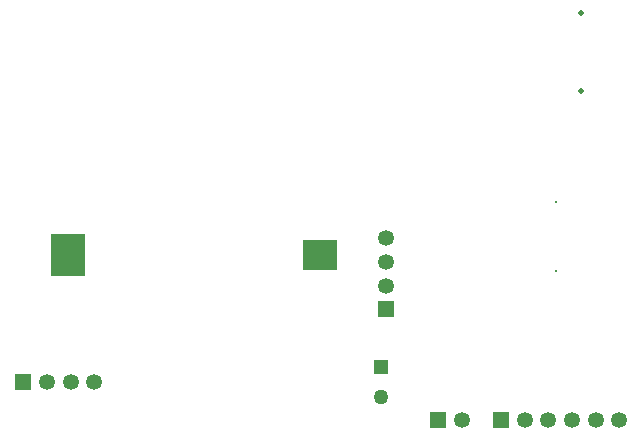
<source format=gbr>
%TF.GenerationSoftware,Altium Limited,Altium Designer,21.9.2 (33)*%
G04 Layer_Color=255*
%FSLAX45Y45*%
%MOMM*%
%TF.SameCoordinates,8C9FB855-A7A5-4AEE-82B0-D85B10D48A85*%
%TF.FilePolarity,Positive*%
%TF.FileFunction,Pads,Bot*%
%TF.Part,Single*%
G01*
G75*
%TA.AperFunction,ComponentPad*%
%ADD41C,0.32500*%
%ADD42C,0.47500*%
%ADD43R,1.35000X1.35000*%
%ADD44C,1.35000*%
%ADD45R,1.35000X1.35000*%
%ADD46C,1.27500*%
%ADD47R,1.27500X1.27500*%
%TA.AperFunction,SMDPad,CuDef*%
%ADD50R,3.00000X3.60000*%
%ADD51R,3.00000X2.60000*%
D41*
X17049802Y7838999D02*
D03*
Y8417001D02*
D03*
D42*
X17260500Y9363304D02*
D03*
Y10023302D02*
D03*
D43*
X15608299Y7512101D02*
D03*
D44*
Y7712100D02*
D03*
Y7912100D02*
D03*
Y8112100D02*
D03*
X12741300Y6896100D02*
D03*
X12941299D02*
D03*
X13141299D02*
D03*
X16786301Y6578600D02*
D03*
X16986301D02*
D03*
X17186301D02*
D03*
X17386301D02*
D03*
X17586301D02*
D03*
X16252800D02*
D03*
D45*
X12541301Y6896100D02*
D03*
X16586302Y6578600D02*
D03*
X16052800D02*
D03*
D46*
X15570200Y6773098D02*
D03*
D47*
Y7023100D02*
D03*
D50*
X12915900Y7975600D02*
D03*
D51*
X15055901D02*
D03*
%TF.MD5,7ecc4a87170fef4a2eb5efb88348f73f*%
M02*

</source>
